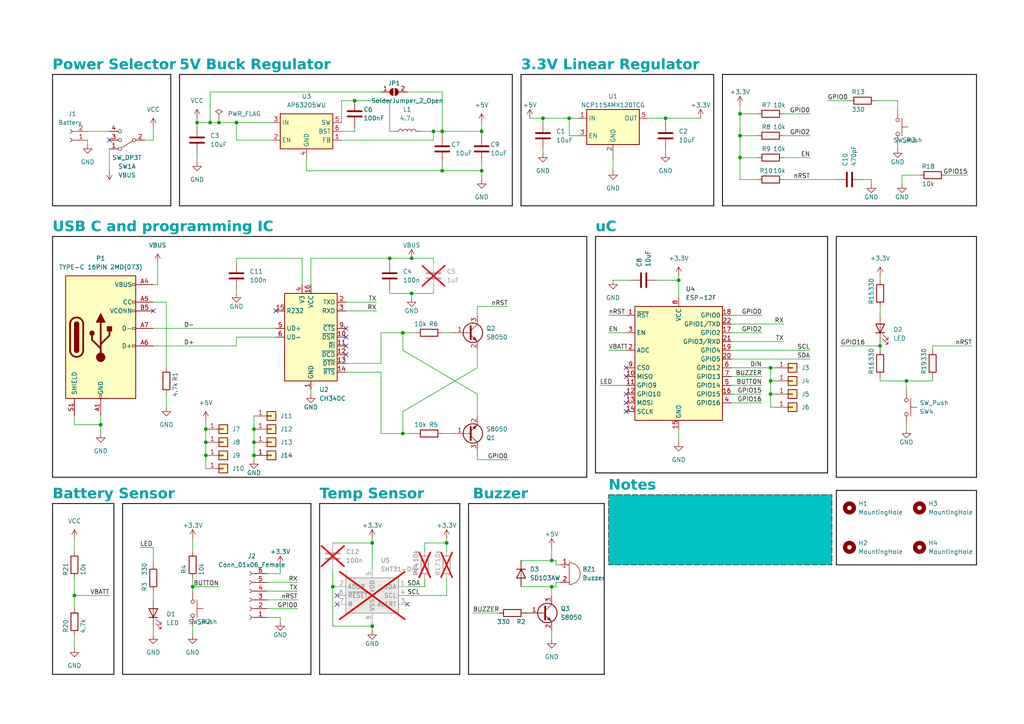
<source format=kicad_sch>
(kicad_sch (version 20230121) (generator eeschema)
  (paper "A4")
  (title_block (title "Arbolito Navideño ") (date "2023-10-24") (rev "3"))
  (junction (at 107.95 181.61))
  (junction (at 63.5 35.56))
  (junction (at 139.7 38.1))
  (junction (at 116.84 125.73))
  (junction (at 196.85 81.28))
  (junction (at 129.54 157.48))
  (junction (at 128.27 38.1))
  (junction (at 21.59 172.72))
  (junction (at 57.15 35.56))
  (junction (at 214.63 39.37))
  (junction (at 116.84 96.52))
  (junction (at 73.66 132.08))
  (junction (at 128.27 49.53))
  (junction (at 59.69 128.27))
  (junction (at 223.52 110.49))
  (junction (at 157.48 34.29))
  (junction (at 55.88 170.18))
  (junction (at 73.66 128.27))
  (junction (at 262.89 110.49))
  (junction (at 59.69 124.46))
  (junction (at 119.38 85.09))
  (junction (at 96.52 170.18))
  (junction (at 214.63 45.72))
  (junction (at 139.7 49.53))
  (junction (at 59.69 132.08))
  (junction (at 255.27 100.33))
  (junction (at 160.02 170.18))
  (junction (at 119.38 74.93))
  (junction (at 73.66 124.46))
  (junction (at 113.03 74.93))
  (junction (at 214.63 33.02))
  (junction (at 68.58 35.56))
  (junction (at 107.95 157.48))
  (junction (at 102.87 29.21))
  (junction (at 165.1 34.29))
  (junction (at 193.04 34.29))
  (junction (at 125.73 38.1))
  (junction (at 29.21 123.19))
  (junction (at 160.02 162.56))
  (junction (at 223.52 114.3))
  (junction (at 223.52 106.68))
  (junction (at 60.96 35.56))
  (no_connect (at 97.79 172.72))
  (no_connect (at 100.33 100.33))
  (no_connect (at 97.79 175.26))
  (no_connect (at 181.61 106.68))
  (no_connect (at 181.61 116.84))
  (no_connect (at 181.61 119.38))
  (no_connect (at 181.61 114.3))
  (no_connect (at 181.61 109.22))
  (no_connect (at 31.75 40.64))
  (no_connect (at 118.11 175.26))
  (no_connect (at 100.33 97.79))
  (no_connect (at 100.33 102.87))
  (no_connect (at 80.01 90.17))
  (no_connect (at 44.45 90.17))
  (no_connect (at 100.33 95.25))
  (polyline (pts (xy 15.24 21.59) (xy 49.53 21.59)) (stroke (width 0.25) (type solid) (color 0 0 0 1)))
  (wire (pts (xy 123.19 160.02) (xy 123.19 157.48)))
  (wire (pts (xy 128.27 38.1) (xy 125.73 38.1)))
  (wire (pts (xy 165.1 34.29) (xy 167.64 34.29)))
  (wire (pts (xy 129.54 167.64) (xy 129.54 172.72)))
  (wire (pts (xy 252.73 53.34) (xy 252.73 52.07)))
  (polyline (pts (xy 283.21 142.24) (xy 283.21 163.83)) (stroke (width 0.25) (type solid) (color 0 0 0 1)))
  (wire (pts (xy 55.88 184.15) (xy 55.88 181.61)))
  (wire (pts (xy 44.45 95.25) (xy 80.01 95.25)))
  (wire (pts (xy 128.27 38.1) (xy 128.27 39.37)))
  (wire (pts (xy 260.35 31.75) (xy 260.35 29.21)))
  (wire (pts (xy 177.8 81.28) (xy 182.88 81.28)))
  (wire (pts (xy 21.59 184.15) (xy 21.59 187.96)))
  (wire (pts (xy 161.29 168.91) (xy 162.56 168.91)))
  (wire (pts (xy 96.52 157.48) (xy 107.95 157.48)))
  (wire (pts (xy 40.64 158.75) (xy 44.45 158.75)))
  (wire (pts (xy 157.48 34.29) (xy 157.48 35.56)))
  (wire (pts (xy 55.88 171.45) (xy 55.88 170.18)))
  (wire (pts (xy 212.09 91.44) (xy 220.98 91.44)))
  (wire (pts (xy 90.17 114.3) (xy 90.17 113.03)))
  (wire (pts (xy 96.52 181.61) (xy 107.95 181.61)))
  (wire (pts (xy 107.95 157.48) (xy 107.95 165.1)))
  (wire (pts (xy 107.95 156.21) (xy 107.95 157.48)))
  (wire (pts (xy 55.88 170.18) (xy 63.5 170.18)))
  (wire (pts (xy 177.8 44.45) (xy 177.8 49.53)))
  (wire (pts (xy 173.99 111.76) (xy 181.61 111.76)))
  (wire (pts (xy 57.15 36.83) (xy 57.15 35.56)))
  (wire (pts (xy 214.63 30.48) (xy 214.63 33.02)))
  (polyline (pts (xy 33.02 146.05) (xy 33.02 195.58)) (stroke (width 0.25) (type solid) (color 0 0 0 1)))
  (polyline (pts (xy 172.72 68.58) (xy 240.03 68.58)) (stroke (width 0.25) (type solid) (color 0 0 0 1)))
  (wire (pts (xy 113.03 38.1) (xy 113.03 29.21)))
  (wire (pts (xy 81.28 179.07) (xy 81.28 180.34)))
  (wire (pts (xy 128.27 125.73) (xy 130.81 125.73)))
  (wire (pts (xy 44.45 82.55) (xy 45.72 82.55)))
  (wire (pts (xy 77.47 173.99) (xy 86.36 173.99)))
  (polyline (pts (xy 90.17 146.05) (xy 90.17 195.58)) (stroke (width 0.25) (type solid) (color 0 0 0 1)))
  (polyline (pts (xy 240.03 68.58) (xy 240.03 137.16)) (stroke (width 0.25) (type solid) (color 0 0 0 1)))
  (wire (pts (xy 96.52 170.18) (xy 96.52 181.61)))
  (wire (pts (xy 68.58 97.79) (xy 68.58 100.33)))
  (wire (pts (xy 139.7 38.1) (xy 139.7 39.37)))
  (polyline (pts (xy 15.24 68.58) (xy 170.18 68.58)) (stroke (width 0.25) (type solid) (color 0 0 0 1)))
  (wire (pts (xy 157.48 43.18) (xy 157.48 44.45)))
  (wire (pts (xy 262.89 124.46) (xy 262.89 123.19)))
  (wire (pts (xy 110.49 96.52) (xy 116.84 96.52)))
  (wire (pts (xy 214.63 39.37) (xy 214.63 45.72)))
  (wire (pts (xy 57.15 35.56) (xy 60.96 35.56)))
  (wire (pts (xy 255.27 80.01) (xy 255.27 81.28)))
  (polyline (pts (xy 52.07 21.59) (xy 148.59 21.59)) (stroke (width 0.25) (type solid) (color 0 0 0 1)))
  (wire (pts (xy 243.84 100.33) (xy 255.27 100.33)))
  (polyline (pts (xy 148.59 59.69) (xy 52.07 59.69)) (stroke (width 0.25) (type solid) (color 0 0 0 1)))
  (wire (pts (xy 123.19 170.18) (xy 123.19 167.64)))
  (wire (pts (xy 31.75 43.18) (xy 31.75 49.53)))
  (polyline (pts (xy 207.01 21.59) (xy 207.01 59.69)) (stroke (width 0.25) (type solid) (color 0 0 0 1)))
  (polyline (pts (xy 133.35 195.58) (xy 92.71 195.58)) (stroke (width 0.25) (type solid) (color 0 0 0 1)))
  (wire (pts (xy 63.5 35.56) (xy 68.58 35.56)))
  (wire (pts (xy 21.59 172.72) (xy 31.75 172.72)))
  (wire (pts (xy 160.02 170.18) (xy 160.02 172.72)))
  (polyline (pts (xy 175.26 195.58) (xy 135.89 195.58)) (stroke (width 0.25) (type solid) (color 0 0 0 1)))
  (wire (pts (xy 270.51 110.49) (xy 270.51 109.22)))
  (wire (pts (xy 240.03 29.21) (xy 246.38 29.21)))
  (wire (pts (xy 102.87 38.1) (xy 99.06 38.1)))
  (wire (pts (xy 224.79 106.68) (xy 223.52 106.68)))
  (wire (pts (xy 44.45 36.83) (xy 44.45 40.64)))
  (wire (pts (xy 129.54 156.21) (xy 129.54 157.48)))
  (wire (pts (xy 73.66 128.27) (xy 73.66 132.08)))
  (wire (pts (xy 139.7 46.99) (xy 139.7 49.53)))
  (wire (pts (xy 100.33 90.17) (xy 109.22 90.17)))
  (wire (pts (xy 196.85 124.46) (xy 196.85 128.27)))
  (wire (pts (xy 214.63 39.37) (xy 219.71 39.37)))
  (wire (pts (xy 25.4 41.91) (xy 25.4 40.64)))
  (wire (pts (xy 78.74 40.64) (xy 68.58 40.64)))
  (polyline (pts (xy 92.71 146.05) (xy 92.71 195.58)) (stroke (width 0.25) (type solid) (color 0 0 0 1)))
  (wire (pts (xy 125.73 38.1) (xy 121.92 38.1)))
  (wire (pts (xy 214.63 52.07) (xy 219.71 52.07)))
  (polyline (pts (xy 15.24 21.59) (xy 15.24 59.69)) (stroke (width 0.25) (type solid) (color 0 0 0 1)))
  (wire (pts (xy 73.66 124.46) (xy 73.66 128.27)))
  (wire (pts (xy 160.02 158.75) (xy 160.02 162.56)))
  (wire (pts (xy 73.66 132.08) (xy 73.66 133.35)))
  (wire (pts (xy 116.84 119.38) (xy 116.84 125.73)))
  (wire (pts (xy 45.72 76.2) (xy 45.72 82.55)))
  (wire (pts (xy 212.09 99.06) (xy 227.33 99.06)))
  (wire (pts (xy 113.03 85.09) (xy 113.03 83.82)))
  (wire (pts (xy 120.65 96.52) (xy 116.84 96.52)))
  (wire (pts (xy 44.45 171.45) (xy 44.45 173.99)))
  (wire (pts (xy 261.62 50.8) (xy 266.7 50.8)))
  (polyline (pts (xy 209.55 21.59) (xy 209.55 59.69)) (stroke (width 0.25) (type solid) (color 0 0 0 1)))
  (wire (pts (xy 113.03 74.93) (xy 113.03 76.2)))
  (wire (pts (xy 99.06 29.21) (xy 102.87 29.21)))
  (wire (pts (xy 157.48 34.29) (xy 165.1 34.29)))
  (wire (pts (xy 223.52 118.11) (xy 224.79 118.11)))
  (wire (pts (xy 125.73 74.93) (xy 125.73 76.2)))
  (wire (pts (xy 262.89 110.49) (xy 270.51 110.49)))
  (polyline (pts (xy 15.24 68.58) (xy 15.24 138.43)) (stroke (width 0.25) (type solid) (color 0 0 0 1)))
  (wire (pts (xy 100.33 107.95) (xy 110.49 107.95)))
  (wire (pts (xy 90.17 74.93) (xy 113.03 74.93)))
  (wire (pts (xy 128.27 46.99) (xy 128.27 49.53)))
  (wire (pts (xy 224.79 114.3) (xy 223.52 114.3)))
  (wire (pts (xy 41.91 40.64) (xy 44.45 40.64)))
  (polyline (pts (xy 172.72 68.58) (xy 172.72 137.16)) (stroke (width 0.25) (type solid) (color 0 0 0 1)))
  (polyline (pts (xy 242.57 68.58) (xy 283.21 68.58)) (stroke (width 0.25) (type solid) (color 0 0 0 1)))
  (wire (pts (xy 138.43 133.35) (xy 147.32 133.35)))
  (wire (pts (xy 139.7 35.56) (xy 139.7 38.1)))
  (wire (pts (xy 138.43 106.68) (xy 138.43 101.6)))
  (wire (pts (xy 78.74 35.56) (xy 68.58 35.56)))
  (polyline (pts (xy 15.24 146.05) (xy 15.24 195.58)) (stroke (width 0.25) (type solid) (color 0 0 0 1)))
  (wire (pts (xy 44.45 100.33) (xy 68.58 100.33)))
  (wire (pts (xy 21.59 123.19) (xy 21.59 120.65)))
  (polyline (pts (xy 52.07 21.59) (xy 52.07 59.69)) (stroke (width 0.25) (type solid) (color 0 0 0 1)))
  (wire (pts (xy 176.53 96.52) (xy 181.61 96.52)))
  (wire (pts (xy 212.09 101.6) (xy 234.95 101.6)))
  (wire (pts (xy 59.69 121.92) (xy 59.69 124.46)))
  (wire (pts (xy 57.15 44.45) (xy 57.15 46.99)))
  (wire (pts (xy 227.33 45.72) (xy 234.95 45.72)))
  (wire (pts (xy 176.53 101.6) (xy 181.61 101.6)))
  (wire (pts (xy 116.84 125.73) (xy 120.65 125.73)))
  (wire (pts (xy 161.29 170.18) (xy 160.02 170.18)))
  (wire (pts (xy 29.21 123.19) (xy 29.21 125.73)))
  (wire (pts (xy 125.73 85.09) (xy 125.73 83.82)))
  (polyline (pts (xy 35.56 146.05) (xy 35.56 195.58)) (stroke (width 0.25) (type solid) (color 0 0 0 1)))
  (wire (pts (xy 118.11 170.18) (xy 123.19 170.18)))
  (wire (pts (xy 160.02 185.42) (xy 160.02 182.88)))
  (wire (pts (xy 29.21 120.65) (xy 29.21 123.19)))
  (wire (pts (xy 60.96 26.67) (xy 60.96 35.56)))
  (polyline (pts (xy 283.21 59.69) (xy 209.55 59.69)) (stroke (width 0.25) (type solid) (color 0 0 0 1)))
  (wire (pts (xy 187.96 34.29) (xy 193.04 34.29)))
  (wire (pts (xy 212.09 93.98) (xy 227.33 93.98)))
  (polyline (pts (xy 242.57 142.24) (xy 283.21 142.24)) (stroke (width 0.25) (type solid) (color 0 0 0 1)))
  (wire (pts (xy 270.51 100.33) (xy 270.51 101.6)))
  (wire (pts (xy 110.49 107.95) (xy 110.49 125.73)))
  (wire (pts (xy 80.01 97.79) (xy 68.58 97.79)))
  (wire (pts (xy 113.03 29.21) (xy 102.87 29.21)))
  (wire (pts (xy 77.47 166.37) (xy 81.28 166.37)))
  (wire (pts (xy 223.52 110.49) (xy 223.52 114.3)))
  (wire (pts (xy 118.11 26.67) (xy 128.27 26.67)))
  (polyline (pts (xy 33.02 195.58) (xy 15.24 195.58)) (stroke (width 0.25) (type solid) (color 0 0 0 1)))
  (polyline (pts (xy 133.35 146.05) (xy 133.35 195.58)) (stroke (width 0.25) (type solid) (color 0 0 0 1)))
  (polyline (pts (xy 135.89 146.05) (xy 135.89 195.58)) (stroke (width 0.25) (type solid) (color 0 0 0 1)))
  (wire (pts (xy 212.09 111.76) (xy 220.98 111.76)))
  (wire (pts (xy 119.38 85.09) (xy 125.73 85.09)))
  (wire (pts (xy 161.29 162.56) (xy 161.29 163.83)))
  (wire (pts (xy 25.4 38.1) (xy 31.75 38.1)))
  (polyline (pts (xy 170.18 68.58) (xy 170.18 138.43)) (stroke (width 0.25) (type solid) (color 0 0 0 1)))
  (wire (pts (xy 21.59 167.64) (xy 21.59 172.72)))
  (polyline (pts (xy 242.57 163.83) (xy 283.21 163.83)) (stroke (width 0.25) (type solid) (color 0 0 0 1)))
  (wire (pts (xy 212.09 104.14) (xy 234.95 104.14)))
  (polyline (pts (xy 207.01 59.69) (xy 151.13 59.69)) (stroke (width 0.25) (type solid) (color 0 0 0 1)))
  (polyline (pts (xy 92.71 146.05) (xy 133.35 146.05)) (stroke (width 0.25) (type solid) (color 0 0 0 1)))
  (wire (pts (xy 224.79 110.49) (xy 223.52 110.49)))
  (wire (pts (xy 77.47 171.45) (xy 86.36 171.45)))
  (wire (pts (xy 100.33 87.63) (xy 109.22 87.63)))
  (wire (pts (xy 44.45 181.61) (xy 44.45 184.15)))
  (wire (pts (xy 223.52 106.68) (xy 223.52 110.49)))
  (wire (pts (xy 138.43 106.68) (xy 116.84 119.38)))
  (wire (pts (xy 153.67 34.29) (xy 157.48 34.29)))
  (wire (pts (xy 138.43 91.44) (xy 138.43 88.9)))
  (wire (pts (xy 262.89 113.03) (xy 262.89 110.49)))
  (wire (pts (xy 214.63 33.02) (xy 214.63 39.37)))
  (wire (pts (xy 57.15 34.29) (xy 57.15 35.56)))
  (wire (pts (xy 99.06 40.64) (xy 125.73 40.64)))
  (wire (pts (xy 167.64 39.37) (xy 165.1 39.37)))
  (wire (pts (xy 196.85 81.28) (xy 196.85 86.36)))
  (wire (pts (xy 128.27 38.1) (xy 139.7 38.1)))
  (wire (pts (xy 151.13 162.56) (xy 160.02 162.56)))
  (wire (pts (xy 90.17 74.93) (xy 90.17 82.55)))
  (wire (pts (xy 128.27 49.53) (xy 139.7 49.53)))
  (wire (pts (xy 68.58 76.2) (xy 68.58 74.93)))
  (wire (pts (xy 138.43 130.81) (xy 138.43 133.35)))
  (wire (pts (xy 223.52 114.3) (xy 223.52 118.11)))
  (wire (pts (xy 255.27 88.9) (xy 255.27 91.44)))
  (wire (pts (xy 118.11 172.72) (xy 129.54 172.72)))
  (wire (pts (xy 119.38 85.09) (xy 119.38 86.36)))
  (wire (pts (xy 214.63 45.72) (xy 219.71 45.72)))
  (wire (pts (xy 119.38 74.93) (xy 125.73 74.93)))
  (wire (pts (xy 128.27 96.52) (xy 130.81 96.52)))
  (wire (pts (xy 99.06 35.56) (xy 99.06 29.21)))
  (wire (pts (xy 88.9 49.53) (xy 128.27 49.53)))
  (wire (pts (xy 21.59 172.72) (xy 21.59 176.53)))
  (wire (pts (xy 161.29 163.83) (xy 162.56 163.83)))
  (wire (pts (xy 68.58 85.09) (xy 68.58 83.82)))
  (wire (pts (xy 214.63 33.02) (xy 219.71 33.02)))
  (polyline (pts (xy 135.89 146.05) (xy 175.26 146.05)) (stroke (width 0.25) (type solid) (color 0 0 0 1)))
  (wire (pts (xy 190.5 81.28) (xy 196.85 81.28)))
  (wire (pts (xy 128.27 26.67) (xy 128.27 38.1)))
  (wire (pts (xy 77.47 179.07) (xy 81.28 179.07)))
  (wire (pts (xy 44.45 87.63) (xy 48.26 87.63)))
  (wire (pts (xy 21.59 156.21) (xy 21.59 160.02)))
  (wire (pts (xy 114.3 38.1) (xy 113.03 38.1)))
  (wire (pts (xy 160.02 162.56) (xy 161.29 162.56)))
  (polyline (pts (xy 49.53 59.69) (xy 15.24 59.69)) (stroke (width 0.25) (type solid) (color 0 0 0 1)))
  (wire (pts (xy 193.04 34.29) (xy 193.04 35.56)))
  (wire (pts (xy 255.27 99.06) (xy 255.27 100.33)))
  (polyline (pts (xy 242.57 68.58) (xy 242.57 138.43)) (stroke (width 0.25) (type solid) (color 0 0 0 1)))
  (wire (pts (xy 176.53 91.44) (xy 181.61 91.44)))
  (wire (pts (xy 227.33 39.37) (xy 234.95 39.37)))
  (wire (pts (xy 254 29.21) (xy 260.35 29.21)))
  (wire (pts (xy 73.66 120.65) (xy 73.66 124.46)))
  (wire (pts (xy 48.26 87.63) (xy 48.26 106.68)))
  (wire (pts (xy 255.27 100.33) (xy 255.27 101.6)))
  (wire (pts (xy 255.27 110.49) (xy 262.89 110.49)))
  (wire (pts (xy 250.19 52.07) (xy 252.73 52.07)))
  (wire (pts (xy 77.47 176.53) (xy 86.36 176.53)))
  (wire (pts (xy 137.16 177.8) (xy 144.78 177.8)))
  (polyline (pts (xy 175.26 146.05) (xy 175.26 195.58)) (stroke (width 0.25) (type solid) (color 0 0 0 1)))
  (wire (pts (xy 260.35 43.18) (xy 260.35 41.91)))
  (wire (pts (xy 59.69 132.08) (xy 59.69 135.89)))
  (polyline (pts (xy 90.17 195.58) (xy 35.56 195.58)) (stroke (width 0.25) (type solid) (color 0 0 0 1)))
  (polyline (pts (xy 240.03 137.16) (xy 172.72 137.16)) (stroke (width 0.25) (type solid) (color 0 0 0 1)))
  (wire (pts (xy 113.03 74.93) (xy 119.38 74.93)))
  (polyline (pts (xy 35.56 146.05) (xy 90.17 146.05)) (stroke (width 0.25) (type solid) (color 0 0 0 1)))
  (wire (pts (xy 212.09 106.68) (xy 223.52 106.68)))
  (wire (pts (xy 68.58 74.93) (xy 87.63 74.93)))
  (wire (pts (xy 87.63 74.93) (xy 87.63 82.55)))
  (wire (pts (xy 44.45 163.83) (xy 44.45 158.75)))
  (wire (pts (xy 60.96 35.56) (xy 63.5 35.56)))
  (wire (pts (xy 227.33 33.02) (xy 234.95 33.02)))
  (wire (pts (xy 255.27 109.22) (xy 255.27 110.49)))
  (wire (pts (xy 196.85 80.01) (xy 196.85 81.28)))
  (wire (pts (xy 110.49 26.67) (xy 60.96 26.67)))
  (polyline (pts (xy 242.57 163.83) (xy 242.57 142.24)) (stroke (width 0.25) (type solid) (color 0 0 0 1)))
  (wire (pts (xy 274.32 50.8) (xy 280.67 50.8)))
  (wire (pts (xy 110.49 96.52) (xy 110.49 105.41)))
  (wire (pts (xy 270.51 100.33) (xy 281.94 100.33)))
  (wire (pts (xy 116.84 101.6) (xy 116.84 96.52)))
  (wire (pts (xy 261.62 50.8) (xy 261.62 53.34)))
  (wire (pts (xy 97.79 170.18) (xy 96.52 170.18)))
  (wire (pts (xy 125.73 38.1) (xy 125.73 40.64)))
  (polyline (pts (xy 209.55 21.59) (xy 283.21 21.59)) (stroke (width 0.25) (type solid) (color 0 0 0 1)))
  (wire (pts (xy 77.47 168.91) (xy 86.36 168.91)))
  (wire (pts (xy 63.5 34.29) (xy 63.5 35.56)))
  (wire (pts (xy 193.04 34.29) (xy 203.2 34.29)))
  (polyline (pts (xy 151.13 21.59) (xy 151.13 59.69)) (stroke (width 0.25) (type solid) (color 0 0 0 1)))
  (polyline (pts (xy 283.21 21.59) (xy 283.21 59.69)) (stroke (width 0.25) (type solid) (color 0 0 0 1)))
  (polyline (pts (xy 49.53 21.59) (xy 49.53 59.69)) (stroke (width 0.25) (type solid) (color 0 0 0 1)))
  (wire (pts (xy 138.43 120.65) (xy 138.43 114.3)))
  (wire (pts (xy 139.7 52.07) (xy 139.7 49.53)))
  (wire (pts (xy 193.04 43.18) (xy 193.04 44.45)))
  (wire (pts (xy 161.29 170.18) (xy 161.29 168.91)))
  (wire (pts (xy 165.1 39.37) (xy 165.1 34.29)))
  (wire (pts (xy 123.19 157.48) (xy 129.54 157.48)))
  (wire (pts (xy 214.63 45.72) (xy 214.63 52.07)))
  (wire (pts (xy 110.49 125.73) (xy 116.84 125.73)))
  (polyline (pts (xy 283.21 68.58) (xy 283.21 138.43)) (stroke (width 0.25) (type solid) (color 0 0 0 1)))
  (wire (pts (xy 81.28 166.37) (xy 81.28 163.83)))
  (wire (pts (xy 212.09 116.84) (xy 220.98 116.84)))
  (polyline (pts (xy 148.59 21.59) (xy 148.59 59.69)) (stroke (width 0.25) (type solid) (color 0 0 0 1)))
  (wire (pts (xy 68.58 35.56) (xy 68.58 40.64)))
  (wire (pts (xy 55.88 156.21) (xy 55.88 160.02)))
  (wire (pts (xy 100.33 105.41) (xy 110.49 105.41)))
  (wire (pts (xy 113.03 85.09) (xy 119.38 85.09)))
  (wire (pts (xy 129.54 157.48) (xy 129.54 160.02)))
  (wire (pts (xy 88.9 45.72) (xy 88.9 49.53)))
  (wire (pts (xy 21.59 123.19) (xy 29.21 123.19)))
  (wire (pts (xy 48.26 114.3) (xy 48.26 118.11)))
  (polyline (pts (xy 15.24 146.05) (xy 33.02 146.05)) (stroke (width 0.25) (type solid) (color 0 0 0 1)))
  (wire (pts (xy 138.43 88.9) (xy 147.32 88.9)))
  (wire (pts (xy 96.52 165.1) (xy 96.52 170.18)))
  (wire (pts (xy 212.09 109.22) (xy 220.98 109.22)))
  (polyline (pts (xy 283.21 138.43) (xy 242.57 138.43)) (stroke (width 0.25) (type solid) (color 0 0 0 1)))
  (wire (pts (xy 107.95 181.61) (xy 107.95 180.34)))
  (wire (pts (xy 107.95 182.88) (xy 107.95 181.61)))
  (wire (pts (xy 59.69 128.27) (xy 59.69 132.08)))
  (wire (pts (xy 151.13 170.18) (xy 160.02 170.18)))
  (polyline (pts (xy 170.18 138.43) (xy 15.24 138.43)) (stroke (width 0.25) (type solid) (color 0 0 0 1)))
  (wire (pts (xy 212.09 96.52) (xy 220.98 96.52)))
  (wire (pts (xy 138.43 114.3) (xy 116.84 101.6)))
  (polyline (pts (xy 151.13 21.59) (xy 207.01 21.59)) (stroke (width 0.25) (type solid) (color 0 0 0 1)))
  (wire (pts (xy 227.33 52.07) (xy 242.57 52.07)))
  (wire (pts (xy 59.69 124.46) (xy 59.69 128.27)))
  (wire (pts (xy 212.09 114.3) (xy 220.98 114.3)))
  (wire (pts (xy 102.87 36.83) (xy 102.87 38.1)))
  (wire (pts (xy 55.88 170.18) (xy 55.88 167.64)))
  (rectangle (start 176.53 143.51) (end 241.3 163.83) (stroke (width 0) (type dash) (color 0 0 0 1)) (fill (type color) (color 0 194 194 1)))
  (text "Power Selector" (at 15.24 21.59 0) (effects (font (size 3 3) (thickness 0.6) bold) (justify left bottom)))
  (text "Temp Sensor" (at 92.71 146.05 0) (effects (font (size 3 3) (thickness 0.6) bold) (justify left bottom)))
  (text "Buzzer \n" (at 137.16 146.05 0) (effects (font (size 3 3) (thickness 0.6) bold) (justify left bottom)))
  (text "uC" (at 172.72 68.58 0) (effects (font (size 3 3) (thickness 0.6) bold) (justify left bottom)))
  (text "USB C and programming IC" (at 15.24 68.58 0) (effects (font (size 3 3) (thickness 0.6) bold) (justify left bottom)))
  (text "3.3V Linear Regulator" (at 151.13 21.59 0) (effects (font (size 3 3) (thickness 0.6) bold) (justify left bottom)))
  (text "Battery Sensor" (at 15.24 146.05 0) (effects (font (size 3 3) (thickness 0.6) bold) (justify left bottom)))
  (text "5V Buck Regulator" (at 52.07 21.59 0) (effects (font (size 3 3) (thickness 0.6) bold) (justify left bottom)))
  (text "Notes" (at 176.53 143.51 0) (effects (font (size 3 3) (thickness 0.6) bold) (justify left bottom)))
  (label "D+" (at 53.34 100.33 0))
  (label "SCL" (at 234.95 101.6 180))
  (label "BUTTON" (at 220.98 111.76 180))
  (label "D-" (at 53.34 95.25 0))
  (label "GPIO15" (at 280.67 50.8 180))
  (label "BUZZER" (at 220.98 109.22 180))
  (label "EN" (at 234.95 45.72 180))
  (label "DIN" (at 220.98 106.68 180))
  (label "GPIO16" (at 243.84 100.33 0))
  (label "SCL" (at 118.11 172.72 0))
  (label "GPIO0" (at 147.32 133.35 180))
  (label "LED" (at 40.64 158.75 0))
  (label "SDA" (at 118.11 170.18 0))
  (label "VBATT" (at 31.75 172.72 180))
  (label "SDA" (at 234.95 104.14 180))
  (label "TX" (at 109.22 87.63 180))
  (label "nRST" (at 176.53 91.44 0))
  (label "BUTTON" (at 63.5 170.18 180))
  (label "TX" (at 86.36 171.45 180))
  (label "RX" (at 109.22 90.17 180))
  (label "TX" (at 227.33 99.06 180))
  (label "RX" (at 86.36 168.91 180))
  (label "BUZZER" (at 137.16 177.8 0))
  (label "GPIO0" (at 240.03 29.21 0))
  (label "RX" (at 227.33 93.98 180))
  (label "nRST" (at 86.36 173.99 180))
  (label "LED" (at 173.99 111.76 0))
  (label "nRST" (at 234.95 52.07 180))
  (label "nRST" (at 281.94 100.33 180))
  (label "VBATT" (at 176.53 101.6 0))
  (label "nRST" (at 147.32 88.9 180))
  (label "GPIO2" (at 220.98 96.52 180))
  (label "GPIO15" (at 220.98 114.3 180))
  (label "GPIO2" (at 234.95 39.37 180))
  (label "EN" (at 176.53 96.52 0))
  (label "GPIO16" (at 220.98 116.84 180))
  (label "GPIO0" (at 86.36 176.53 180))
  (label "GPIO0" (at 220.98 91.44 180))
  (label "GPIO0" (at 234.95 33.02 180))
  (symbol (lib_id "Device:C") (at 102.87 33.02 0) (unit 1)
    (property "Reference" "C6" (at 105.41 31.75 0) (effects (justify left)))
    (property "Value" "100nF" (at 105.41 34.29 0) (effects (justify left)))
    (property "Footprint" "Capacitor_SMD:C_0805_2012Metric" (effects hide))
  )
  (symbol (lib_id "power:+5V") (at 139.7 35.56 0) (unit 1)
    (property "Reference" "#PWR022" (effects hide))
    (property "Value" "+5V" (at 139.7 30.48 0))
  )
  (symbol (lib_id "power:GND") (at 261.62 53.34 0) (unit 1)
    (property "Reference" "#PWR030" (effects hide))
    (property "Value" "GND" (at 261.62 57.15 0))
  )
  (symbol (lib_id "power:+3.3V") (at 203.2 34.29 0) (unit 1)
    (property "Reference" "#PWR015" (effects hide))
    (property "Value" "+3.3V" (at 203.2 30.48 0))
  )
  (symbol (lib_id "Mechanical:MountingHole") (at 246.38 147.32 0) (unit 1)
    (property "Reference" "H1" (at 248.92 146.0499 0) (effects (justify left)))
    (property "Value" "MountingHole" (at 248.92 148.5899 0) (effects (justify left)))
    (property "Footprint" "MountingHole:MountingHole_3.2mm_M3_ISO7380" (effects hide))
  )
  (symbol (lib_id "power:GND") (at 193.04 44.45 0) (unit 1)
    (property "Reference" "#PWR014" (effects hide))
    (property "Value" "GND" (at 193.04 49.53 0))
  )
  (symbol (lib_id "Device:C") (at 157.48 39.37 0) (unit 1)
    (property "Reference" "C1" (at 161.29 38.0999 0) (effects (justify left)))
    (property "Value" "10uF" (at 161.29 40.6399 0) (effects (justify left)))
    (property "Footprint" "Capacitor_SMD:C_0805_2012Metric" (effects hide))
  )
  (symbol (lib_id "Device:R") (at 255.27 85.09 180) (unit 1)
    (property "Reference" "R15" (at 252.73 86.36 90))
    (property "Value" "330" (at 252.73 82.55 90))
    (property "Footprint" "Resistor_SMD:R_0805_2012Metric_Pad1.20x1.40mm_HandSolder" (effects hide))
  )
  (symbol (lib_id "power:VBUS") (at 45.72 76.2 0) (unit 1)
    (property "Reference" "#PWR04" (effects hide))
    (property "Value" "VBUS" (at 45.72 71.12 0))
  )
  (symbol (lib_id "power:GND") (at 81.28 180.34 0) (unit 1)
    (property "Reference" "#PWR0101" (effects hide))
    (property "Value" "GND" (at 81.28 184.15 0))
  )
  (symbol (lib_id "Sensor_Humidity:SHT31-DIS") (at 107.95 172.72 0) (unit 1) (dnp yes)
    (property "Reference" "U5" (at 110.3756 162.56 0) (effects (justify left)))
    (property "Value" "SHT31-DIS" (at 110.3756 165.1 0) (effects (justify left)))
    (property "Footprint" "Sensor_Humidity:Sensirion_DFN-8-1EP_2.5x2.5mm_P0.5mm_EP1.1x1.7mm" (effects hide))
    (property "Datasheet" "https://www.sensirion.com/fileadmin/user_upload/customers/sensirion/Dokumente/2_Humidity_Sensors/Datasheets/Sensirion_Humidity_Sensors_SHT3x_Datasheet_digital.pdf" (effects hide))
  )
  (symbol (lib_id "power:VBUS") (at 31.75 49.53 180) (unit 1)
    (property "Reference" "#PWR03" (effects hide))
    (property "Value" "VBUS" (at 34.29 50.7999 0) (effects (justify right)))
  )
  (symbol (lib_id "Switch:SW_DP3T") (at 36.83 40.64 180) (unit 1)
    (property "Reference" "SW1" (at 36.83 48.26 0))
    (property "Value" "SW_DP3T" (at 36.83 45.72 0))
    (property "Footprint" "Library:3PSwitch_Cheap" (effects hide))
  )
  (symbol (lib_id "power:+3.3V") (at 255.27 80.01 0) (unit 1)
    (property "Reference" "#PWR028" (effects hide))
    (property "Value" "+3.3V" (at 255.27 74.93 0))
  )
  (symbol (lib_id "Connector_Generic:Conn_01x01") (at 64.77 128.27 0) (unit 1)
    (property "Reference" "J8" (at 67.31 128.27 0) (effects (justify left)))
    (property "Value" "Conn_01x01" (effects hide))
    (property "Footprint" "Library:Pad_tree_PS" (effects hide))
  )
  (symbol (lib_id "Device:C") (at 186.69 81.28 90) (unit 1)
    (property "Reference" "C8" (at 185.4199 77.47 0) (effects (justify left)))
    (property "Value" "10uF" (at 187.9599 77.47 0) (effects (justify left)))
    (property "Footprint" "Capacitor_SMD:C_0805_2012Metric" (effects hide))
  )
  (symbol (lib_id "Device:C") (at 125.73 80.01 0) (unit 1) (dnp yes)
    (property "Reference" "C5" (at 129.54 78.7399 0) (effects (justify left)))
    (property "Value" "1uF" (at 129.54 81.2799 0) (effects (justify left)))
    (property "Footprint" "Capacitor_SMD:C_0805_2012Metric" (effects hide))
  )
  (symbol (lib_id "Connector:USB_C_Plug_USB2.0") (at 29.21 97.79 0) (unit 1)
    (property "Reference" "P1" (at 29.21 74.93 0))
    (property "Value" "TYPE-C 16PIN 2MD(073)" (at 29.21 77.47 0))
    (property "Footprint" "Library:TYPE-C 16PIN 2MD(073)" (effects hide))
    (property "Datasheet" "https://www.usb.org/sites/default/files/documents/usb_type-c.zip" (effects hide))
  )
  (symbol (lib_id "Connector_Generic:Conn_01x01") (at 229.87 110.49 0) (unit 1)
    (property "Reference" "J4" (at 232.41 110.49 0) (effects (justify left)))
    (property "Value" "Conn_01x01" (effects hide))
    (property "Footprint" "Library:Pad_tree_Data" (effects hide))
  )
  (symbol (lib_id "Device:R") (at 124.46 96.52 270) (mirror x) (unit 1)
    (property "Reference" "R6" (at 125.73 93.98 90))
    (property "Value" "10k" (at 121.92 93.98 90))
    (property "Footprint" "Resistor_SMD:R_0805_2012Metric_Pad1.20x1.40mm_HandSolder" (effects hide))
  )
  (symbol (lib_id "RF_Module:ESP-12F") (at 196.85 106.68 0) (unit 1)
    (property "Reference" "U4" (at 198.8694 83.82 0) (effects (justify left)))
    (property "Value" "ESP-12F" (at 198.8694 86.36 0) (effects (justify left)))
    (property "Footprint" "RF_Module:ESP-12E" (effects hide))
    (property "Datasheet" "http://wiki.ai-thinker.com/_media/esp8266/esp8266_series_modules_user_manual_v1.1.pdf" (effects hide))
  )
  (symbol (lib_name "S8050_1") (lib_id "Transistor_BJT:S8050") (at 135.89 125.73 0) (mirror x) (unit 1)
    (property "Reference" "Q1" (at 140.97 127.0001 0) (effects (justify left)))
    (property "Value" "S8050" (at 140.97 124.4601 0) (effects (justify left)))
    (property "Footprint" "Package_TO_SOT_SMD:SOT-23" (effects hide))
    (property "Datasheet" "http://www.unisonic.com.tw/datasheet/S8050.pdf" (effects hide))
  )
  (symbol (lib_id "Device:R") (at 223.52 52.07 90) (unit 1)
    (property "Reference" "R10" (at 222.25 49.53 90))
    (property "Value" "10k" (at 226.06 49.53 90))
    (property "Footprint" "Resistor_SMD:R_0805_2012Metric_Pad1.20x1.40mm_HandSolder" (effects hide))
  )
  (symbol (lib_id "power:VCC") (at 44.45 36.83 0) (unit 1)
    (property "Reference" "#PWR05" (effects hide))
    (property "Value" "VCC" (at 44.45 31.75 0))
  )
  (symbol (lib_id "power:+3.3V") (at 81.28 163.83 0) (unit 1)
    (property "Reference" "#PWR0102" (effects hide))
    (property "Value" "+3.3V" (at 81.28 160.02 0))
  )
  (symbol (lib_id "power:GND") (at 119.38 86.36 0) (unit 1)
    (property "Reference" "#PWR020" (effects hide))
    (property "Value" "GND" (at 119.38 90.17 0))
  )
  (symbol (lib_id "Regulator_Linear:NCP115AMX120TCG") (at 177.8 36.83 0) (unit 1)
    (property "Reference" "U1" (at 177.8 27.94 0))
    (property "Value" "NCP115AMX120TCG" (at 177.8 30.48 0))
    (property "Footprint" "Package_TO_SOT_SMD:SOT-23-5_HandSoldering" (effects hide))
    (property "Datasheet" "https://www.onsemi.com/pub/Collateral/NCP115-D.PDF" (effects hide))
  )
  (symbol (lib_id "Device:Buzzer") (at 165.1 166.37 0) (unit 1)
    (property "Reference" "BZ1" (at 168.91 165.0999 0) (effects (justify left)))
    (property "Value" "Buzzer" (at 168.91 167.6399 0) (effects (justify left)))
    (property "Footprint" "Library:Buzzer" (effects hide))
  )
  (symbol (lib_id "Device:R") (at 124.46 125.73 270) (mirror x) (unit 1)
    (property "Reference" "R5" (at 125.73 123.19 90))
    (property "Value" "10k" (at 121.92 123.19 90))
    (property "Footprint" "Resistor_SMD:R_0805_2012Metric_Pad1.20x1.40mm_HandSolder" (effects hide))
  )
  (symbol (lib_id "power:GND") (at 252.73 53.34 0) (unit 1)
    (property "Reference" "#PWR027" (effects hide))
    (property "Value" "GND" (at 252.73 57.15 0))
  )
  (symbol (lib_id "power:GND") (at 157.48 44.45 0) (unit 1)
    (property "Reference" "#PWR08" (effects hide))
    (property "Value" "GND" (at 157.48 49.53 0))
  )
  (symbol (lib_id "Connector_Generic:Conn_01x01") (at 229.87 106.68 0) (unit 1)
    (property "Reference" "J3" (at 232.41 106.6799 0) (effects (justify left)))
    (property "Value" "Conn_01x01" (effects hide))
    (property "Footprint" "Library:Pad_tree_Data" (effects hide))
  )
  (symbol (lib_id "Device:C") (at 193.04 39.37 0) (unit 1)
    (property "Reference" "C2" (at 196.85 38.0999 0) (effects (justify left)))
    (property "Value" "10uF" (at 196.85 40.6399 0) (effects (justify left)))
    (property "Footprint" "Capacitor_SMD:C_0805_2012Metric" (effects hide))
  )
  (symbol (lib_id "Diode:1N5400") (at 151.13 166.37 270) (unit 1)
    (property "Reference" "D3" (at 153.67 165.0999 90) (effects (justify left)))
    (property "Value" "SD103AW" (at 153.67 167.6399 90) (effects (justify left)))
    (property "Footprint" "Diode_SMD:D_SOD-123" (effects hide))
    (property "Datasheet" "http://www.vishay.com/docs/88516/1n5400.pdf" (effects hide))
    (property "Sim.Device" "D" (effects hide))
    (property "Sim.Pins" "1=K 2=A" (effects hide))
  )
  (symbol (lib_id "power:+5V") (at 59.69 121.92 0) (unit 1)
    (property "Reference" "#PWR037" (effects hide))
    (property "Value" "+5V" (at 59.69 116.84 0))
  )
  (symbol (lib_id "Mechanical:MountingHole") (at 266.7 158.75 0) (unit 1)
    (property "Reference" "H4" (at 269.24 157.4799 0) (effects (justify left)))
    (property "Value" "MountingHole" (at 269.24 160.0199 0) (effects (justify left)))
    (property "Footprint" "MountingHole:MountingHole_3.2mm_M3_ISO7380" (effects hide))
  )
  (symbol (lib_id "Interface_USB:CH340C") (at 90.17 97.79 0) (unit 1)
    (property "Reference" "U2" (at 92.5956 113.03 0) (effects (justify left)))
    (property "Value" "CH340C" (at 92.5956 115.57 0) (effects (justify left)))
    (property "Footprint" "Package_SO:SOIC-16_3.9x9.9mm_P1.27mm" (effects hide))
    (property "Datasheet" "https://datasheet.lcsc.com/szlcsc/Jiangsu-Qin-Heng-CH340C_C84681.pdf" (effects hide))
  )
  (symbol (lib_id "Device:R") (at 21.59 180.34 0) (unit 1)
    (property "Reference" "R20" (at 19.05 181.61 90))
    (property "Value" "4.7k" (at 24.13 181.61 90))
    (property "Footprint" "Resistor_SMD:R_0805_2012Metric_Pad1.20x1.40mm_HandSolder" (effects hide))
  )
  (symbol (lib_id "Connector_Generic:Conn_01x01") (at 64.77 132.08 0) (unit 1)
    (property "Reference" "J9" (at 67.31 132.08 0) (effects (justify left)))
    (property "Value" "Conn_01x01" (effects hide))
    (property "Footprint" "Library:Pad_tree_PS" (effects hide))
  )
  (symbol (lib_id "Switch:SW_Push") (at 260.35 36.83 270) (unit 1)
    (property "Reference" "SW3" (at 261.6201 40.64 90) (effects (justify left)))
    (property "Value" "SW_Push" (at 259.0801 40.64 90) (effects (justify left)))
    (property "Footprint" "Library:Button" (effects hide))
  )
  (symbol (lib_id "power:+5V") (at 160.02 158.75 0) (unit 1)
    (property "Reference" "#PWR035" (effects hide))
    (property "Value" "+5V" (at 160.02 154.94 0))
  )
  (symbol (lib_id "power:GND") (at 177.8 81.28 0) (unit 1)
    (property "Reference" "#PWR021" (effects hide))
    (property "Value" "GND" (at 177.8 86.36 0))
  )
  (symbol (lib_id "power:VCC") (at 21.59 156.21 0) (unit 1)
    (property "Reference" "#PWR0103" (effects hide))
    (property "Value" "VCC" (at 21.59 151.13 0))
  )
  (symbol (lib_id "power:GND") (at 90.17 114.3 0) (unit 1)
    (property "Reference" "#PWR013" (effects hide))
    (property "Value" "GND" (at 90.17 118.11 0))
  )
  (symbol (lib_id "Device:R") (at 44.45 167.64 180) (unit 1)
    (property "Reference" "R3" (at 41.91 170.18 90))
    (property "Value" "330" (at 41.91 165.1 90))
    (property "Footprint" "Resistor_SMD:R_0805_2012Metric_Pad1.20x1.40mm_HandSolder" (effects hide))
  )
  (symbol (lib_id "Connector_Generic:Conn_01x01") (at 64.77 124.46 0) (unit 1)
    (property "Reference" "J7" (at 67.31 124.4599 0) (effects (justify left)))
    (property "Value" "Conn_01x01" (effects hide))
    (property "Footprint" "Library:Pad_tree_PS" (effects hide))
  )
  (symbol (lib_id "Device:C") (at 96.52 161.29 0) (unit 1) (dnp yes)
    (property "Reference" "C12" (at 100.33 160.0199 0) (effects (justify left)))
    (property "Value" "100n" (at 100.33 162.5599 0) (effects (justify left)))
    (property "Footprint" "Capacitor_SMD:C_0805_2012Metric" (effects hide))
  )
  (symbol (lib_id "power:GND") (at 48.26 118.11 0) (unit 1)
    (property "Reference" "#PWR06" (effects hide))
    (property "Value" "GND" (at 48.26 123.19 0))
  )
  (symbol (lib_id "Connector_Generic:Conn_01x01") (at 78.74 128.27 0) (unit 1)
    (property "Reference" "J13" (at 81.28 128.27 0) (effects (justify left)))
    (property "Value" "Conn_01x01" (effects hide))
    (property "Footprint" "Library:Pad_tree_PS" (effects hide))
  )
  (symbol (lib_id "Device:R") (at 223.52 33.02 90) (unit 1)
    (property "Reference" "R7" (at 222.25 30.48 90))
    (property "Value" "10k" (at 226.06 30.48 90))
    (property "Footprint" "Resistor_SMD:R_0805_2012Metric_Pad1.20x1.40mm_HandSolder" (effects hide))
  )
  (symbol (lib_id "Device:C") (at 139.7 43.18 0) (unit 1)
    (property "Reference" "C9" (at 142.24 41.91 0) (effects (justify left)))
    (property "Value" "10uF" (at 142.24 44.45 0) (effects (justify left)))
    (property "Footprint" "Capacitor_SMD:C_0805_2012Metric" (effects hide))
  )
  (symbol (lib_id "power:GND") (at 107.95 182.88 0) (unit 1)
    (property "Reference" "#PWR034" (effects hide))
    (property "Value" "GND" (at 107.95 186.69 0))
  )
  (symbol (lib_id "Device:R") (at 223.52 39.37 90) (unit 1)
    (property "Reference" "R8" (at 222.25 36.83 90))
    (property "Value" "10k" (at 226.06 36.83 90))
    (property "Footprint" "Resistor_SMD:R_0805_2012Metric_Pad1.20x1.40mm_HandSolder" (effects hide))
  )
  (symbol (lib_id "power:+3.3V") (at 214.63 30.48 0) (unit 1)
    (property "Reference" "#PWR026" (effects hide))
    (property "Value" "+3.3V" (at 214.63 26.67 0))
  )
  (symbol (lib_id "power:VBUS") (at 119.38 74.93 0) (unit 1)
    (property "Reference" "#PWR09" (effects hide))
    (property "Value" "VBUS" (at 119.38 71.12 0))
  )
  (symbol (lib_id "power:GND") (at 177.8 49.53 0) (unit 1)
    (property "Reference" "#PWR011" (effects hide))
    (property "Value" "GND" (at 177.8 54.61 0))
  )
  (symbol (lib_id "Mechanical:MountingHole") (at 266.7 147.32 0) (unit 1)
    (property "Reference" "H3" (at 269.24 146.0499 0) (effects (justify left)))
    (property "Value" "MountingHole" (at 269.24 148.5899 0) (effects (justify left)))
    (property "Footprint" "MountingHole:MountingHole_3.2mm_M3_ISO7380" (effects hide))
  )
  (symbol (lib_id "Device:R") (at 223.52 45.72 90) (unit 1)
    (property "Reference" "R9" (at 222.25 43.18 90))
    (property "Value" "10k" (at 226.06 43.18 90))
    (property "Footprint" "Resistor_SMD:R_0805_2012Metric_Pad1.20x1.40mm_HandSolder" (effects hide))
  )
  (symbol (lib_id "Device:C") (at 57.15 40.64 0) (unit 1)
    (property "Reference" "C3" (at 60.96 39.3699 0) (effects (justify left)))
    (property "Value" "10uF" (at 60.96 41.9099 0) (effects (justify left)))
    (property "Footprint" "Capacitor_SMD:C_0805_2012Metric" (effects hide))
  )
  (symbol (lib_name "SW_Push_2") (lib_id "Switch:SW_Push") (at 55.88 176.53 270) (unit 1)
    (property "Reference" "SW2" (at 57.1501 180.34 90) (effects (justify left)))
    (property "Value" "SW_Push" (at 54.6101 180.34 90) (effects (justify left)))
    (property "Footprint" "Library:Button" (effects hide))
  )
  (symbol (lib_id "Device:C") (at 68.58 80.01 0) (unit 1)
    (property "Reference" "C11" (at 72.39 78.7399 0) (effects (justify left)))
    (property "Value" "100n" (at 72.39 81.2799 0) (effects (justify left)))
    (property "Footprint" "Capacitor_SMD:C_0805_2012Metric" (effects hide))
  )
  (symbol (lib_id "power:GND") (at 21.59 187.96 0) (unit 1)
    (property "Reference" "#PWR0104" (effects hide))
    (property "Value" "GND" (at 21.59 193.04 0))
  )
  (symbol (lib_id "Connector:Conn_01x02_Female") (at 20.32 40.64 180) (unit 1)
    (property "Reference" "J1" (at 20.955 33.02 0))
    (property "Value" "Battery" (at 20.32 35.56 0))
    (property "Footprint" "Library:Battery" (effects hide))
  )
  (symbol (lib_id "power:GND") (at 68.58 85.09 0) (unit 1)
    (property "Reference" "#PWR010" (effects hide))
    (property "Value" "GND" (at 68.58 88.9 0))
  )
  (symbol (lib_id "power:GND") (at 57.15 46.99 0) (unit 1)
    (property "Reference" "#PWR017" (effects hide))
    (property "Value" "GND" (at 57.15 52.07 0))
  )
  (symbol (lib_id "power:+3.3V") (at 196.85 80.01 0) (unit 1)
    (property "Reference" "#PWR024" (effects hide))
    (property "Value" "+3.3V" (at 196.85 74.93 0))
  )
  (symbol (lib_id "Connector:Conn_01x06_Female") (at 72.39 173.99 180) (unit 1)
    (property "Reference" "J2" (at 73.025 161.29 0))
    (property "Value" "Conn_01x06_Female" (at 73.025 163.83 0))
    (property "Footprint" "Connector_PinHeader_2.54mm:PinHeader_1x06_P2.54mm_Vertical" (effects hide))
  )
  (symbol (lib_id "power:VCC") (at 57.15 34.29 0) (unit 1)
    (property "Reference" "#PWR016" (effects hide))
    (property "Value" "VCC" (at 57.15 29.21 0))
  )
  (symbol (lib_id "Device:LED") (at 255.27 95.25 90) (unit 1)
    (property "Reference" "D2" (at 259.08 95.5674 90) (effects (justify right)))
    (property "Value" "LED" (at 259.08 98.1074 90) (effects (justify right)))
    (property "Footprint" "LED_SMD:LED_0805_2012Metric" (effects hide))
  )
  (symbol (lib_id "power:GND") (at 29.21 125.73 0) (unit 1)
    (property "Reference" "#PWR02" (effects hide))
    (property "Value" "GND" (at 29.21 130.81 0))
  )
  (symbol (lib_id "Device:R") (at 250.19 29.21 270) (unit 1)
    (property "Reference" "R13" (at 248.92 26.67 90))
    (property "Value" "330" (at 248.92 31.75 90))
    (property "Footprint" "Resistor_SMD:R_0805_2012Metric_Pad1.20x1.40mm_HandSolder" (effects hide))
  )
  (symbol (lib_id "Device:R") (at 123.19 163.83 180) (unit 1) (dnp yes)
    (property "Reference" "R14" (at 120.65 165.1 90))
    (property "Value" "10k" (at 120.65 161.29 90))
    (property "Footprint" "Resistor_SMD:R_0805_2012Metric_Pad1.20x1.40mm_HandSolder" (effects hide))
  )
  (symbol (lib_id "Device:R") (at 55.88 163.83 0) (unit 1)
    (property "Reference" "R4" (at 53.34 165.1 90))
    (property "Value" "10k" (at 58.42 165.1 90))
    (property "Footprint" "Resistor_SMD:R_0805_2012Metric_Pad1.20x1.40mm_HandSolder" (effects hide))
  )
  (symbol (lib_id "power:PWR_FLAG") (at 63.5 34.29 0) (unit 1)
    (property "Reference" "#FLG02" (effects hide))
    (property "Value" "PWR_FLAG" (at 66.04 33.0199 0) (effects (justify left)))
  )
  (symbol (lib_id "Device:LED") (at 44.45 177.8 90) (unit 1)
    (property "Reference" "D1" (at 48.26 178.1174 90) (effects (justify right)))
    (property "Value" "LED" (at 48.26 180.6574 90) (effects (justify right)))
    (property "Footprint" "LED_SMD:LED_0805_2012Metric" (effects hide))
  )
  (symbol (lib_id "Regulator_Switching:AP63205WU") (at 88.9 38.1 0) (unit 1)
    (property "Reference" "U3" (at 88.9 27.94 0))
    (property "Value" "AP63205WU" (at 88.9 30.48 0))
    (property "Footprint" "Package_TO_SOT_SMD:TSOT-23-6" (effects hide))
    (property "Datasheet" "https://www.diodes.com/assets/Datasheets/AP63200-AP63201-AP63203-AP63205.pdf" (effects hide))
  )
  (symbol (lib_id "Connector_Generic:Conn_01x01") (at 229.87 114.3 0) (unit 1)
    (property "Reference" "J5" (at 232.41 114.3 0) (effects (justify left)))
    (property "Value" "Conn_01x01" (effects hide))
    (property "Footprint" "Library:Pad_tree_Data" (effects hide))
  )
  (symbol (lib_id "power:+3.3V") (at 129.54 156.21 0) (unit 1)
    (property "Reference" "#PWR032" (effects hide))
    (property "Value" "+3.3V" (at 129.54 152.4 0))
  )
  (symbol (lib_id "power:GND") (at 44.45 184.15 0) (unit 1)
    (property "Reference" "#PWR012" (effects hide))
    (property "Value" "GND" (at 44.45 189.23 0))
  )
  (symbol (lib_id "Connector_Generic:Conn_01x01") (at 78.74 124.46 0) (unit 1)
    (property "Reference" "J12" (at 81.28 124.46 0) (effects (justify left)))
    (property "Value" "Conn_01x01" (effects hide))
    (property "Footprint" "Library:Pad_tree_PS" (effects hide))
  )
  (symbol (lib_id "power:GND") (at 139.7 52.07 0) (unit 1)
    (property "Reference" "#PWR023" (effects hide))
    (property "Value" "GND" (at 139.7 57.15 0))
  )
  (symbol (lib_id "Device:L") (at 118.11 38.1 90) (unit 1)
    (property "Reference" "L1" (at 118.11 31.75 90))
    (property "Value" "4.7u" (at 118.11 34.29 90))
    (property "Footprint" "Inductor_SMD:L_Taiyo-Yuden_MD-3030" (effects hide))
  )
  (symbol (lib_id "Device:C") (at 113.03 80.01 0) (unit 1)
    (property "Reference" "C4" (at 116.84 78.7399 0) (effects (justify left)))
    (property "Value" "100n" (at 116.84 81.2799 0) (effects (justify left)))
    (property "Footprint" "Capacitor_SMD:C_0805_2012Metric" (effects hide))
  )
  (symbol (lib_id "Device:R") (at 255.27 105.41 180) (unit 1)
    (property "Reference" "R16" (at 252.73 106.68 90))
    (property "Value" "330" (at 252.73 102.87 90))
    (property "Footprint" "Resistor_SMD:R_0805_2012Metric_Pad1.20x1.40mm_HandSolder" (effects hide))
  )
  (symbol (lib_id "Device:R") (at 270.51 50.8 90) (unit 1)
    (property "Reference" "R18" (at 269.24 48.26 90))
    (property "Value" "10k" (at 269.24 53.34 90))
    (property "Footprint" "Resistor_SMD:R_0805_2012Metric_Pad1.20x1.40mm_HandSolder" (effects hide))
  )
  (symbol (lib_id "power:GND") (at 160.02 185.42 0) (unit 1)
    (property "Reference" "#PWR0107" (effects hide))
    (property "Value" "GND" (at 160.02 190.5 0))
  )
  (symbol (lib_id "Device:R") (at 21.59 163.83 0) (unit 1)
    (property "Reference" "R21" (at 19.05 165.1 90))
    (property "Value" "10k" (at 24.13 165.1 90))
    (property "Footprint" "Resistor_SMD:R_0805_2012Metric_Pad1.20x1.40mm_HandSolder" (effects hide))
  )
  (symbol (lib_id "Jumper:SolderJumper_2_Open") (at 114.3 26.67 0) (unit 1)
    (property "Reference" "JP1" (at 114.3 24.13 0))
    (property "Value" "SolderJumper_2_Open" (at 118.11 29.21 0))
    (property "Footprint" "Jumper:SolderJumper-2_P1.3mm_Open_RoundedPad1.0x1.5mm" (effects hide))
  )
  (symbol (lib_id "power:GND") (at 262.89 124.46 0) (unit 1)
    (property "Reference" "#PWR031" (effects hide))
    (property "Value" "GND" (at 262.89 128.27 0))
  )
  (symbol (lib_id "Mechanical:MountingHole") (at 246.38 158.75 0) (unit 1)
    (property "Reference" "H2" (at 248.92 157.4799 0) (effects (justify left)))
    (property "Value" "MountingHole" (at 248.92 160.0199 0) (effects (justify left)))
    (property "Footprint" "MountingHole:MountingHole_3.2mm_M3_ISO7380" (effects hide))
  )
  (symbol (lib_name "SW_Push_1") (lib_id "Switch:SW_Push") (at 262.89 118.11 270) (unit 1)
    (property "Reference" "SW4" (at 266.7 119.38 90) (effects (justify left)))
    (property "Value" "SW_Push" (at 266.7 116.84 90) (effects (justify left)))
    (property "Footprint" "Library:Button" (effects hide))
  )
  (symbol (lib_id "Device:R") (at 148.59 177.8 270) (unit 1)
    (property "Reference" "R2" (at 151.13 180.34 90))
    (property "Value" "330" (at 146.05 180.34 90))
    (property "Footprint" "Resistor_SMD:R_0805_2012Metric_Pad1.20x1.40mm_HandSolder" (effects hide))
  )
  (symbol (lib_id "power:GND") (at 73.66 133.35 0) (unit 1)
    (property "Reference" "#PWR036" (effects hide))
    (property "Value" "GND" (at 73.66 137.16 0))
  )
  (symbol (lib_id "power:GND") (at 55.88 184.15 0) (unit 1)
    (property "Reference" "#PWR019" (effects hide))
    (property "Value" "GND" (at 55.88 189.23 0))
  )
  (symbol (lib_id "power:GND") (at 260.35 43.18 0) (unit 1)
    (property "Reference" "#PWR029" (effects hide))
    (property "Value" "GND" (at 260.35 46.99 0))
  )
  (symbol (lib_id "power:+5V") (at 153.67 34.29 0) (unit 1)
    (property "Reference" "#PWR07" (effects hide))
    (property "Value" "+5V" (at 153.67 30.48 0))
  )
  (symbol (lib_id "power:+3.3V") (at 55.88 156.21 0) (unit 1)
    (property "Reference" "#PWR018" (effects hide))
    (property "Value" "+3.3V" (at 55.88 152.4 0))
  )
  (symbol (lib_id "power:GND") (at 25.4 41.91 0) (unit 1)
    (property "Reference" "#PWR01" (effects hide))
    (property "Value" "GND" (at 25.4 46.99 0))
  )
  (symbol (lib_id "Connector_Generic:Conn_01x01") (at 229.87 118.11 0) (unit 1)
    (property "Reference" "J6" (at 232.41 118.11 0) (effects (justify left)))
    (property "Value" "Conn_01x01" (effects hide))
    (property "Footprint" "Library:Pad_tree_Data" (effects hide))
  )
  (symbol (lib_id "Device:R") (at 129.54 163.83 180) (unit 1) (dnp yes)
    (property "Reference" "R17" (at 127 165.1 90))
    (property "Value" "10k" (at 127 161.29 90))
    (property "Footprint" "Resistor_SMD:R_0805_2012Metric_Pad1.20x1.40mm_HandSolder" (effects hide))
  )
  (symbol (lib_id "Device:C") (at 128.27 43.18 0) (unit 1)
    (property "Reference" "C7" (at 130.81 41.91 0) (effects (justify left)))
    (property "Value" "10uF" (at 132.08 44.45 0) (effects (justify left)))
    (property "Footprint" "Capacitor_SMD:C_0805_2012Metric" (effects hide))
  )
  (symbol (lib_name "S8050_1") (lib_id "Transistor_BJT:S8050") (at 157.48 177.8 0) (unit 1)
    (property "Reference" "Q3" (at 162.56 176.5299 0) (effects (justify left)))
    (property "Value" "S8050" (at 162.56 179.0699 0) (effects (justify left)))
    (property "Footprint" "Package_TO_SOT_SMD:SOT-23" (effects hide))
    (property "Datasheet" "http://www.unisonic.com.tw/datasheet/S8050.pdf" (effects hide))
  )
  (symbol (lib_name "S8050_1") (lib_id "Transistor_BJT:S8050") (at 135.89 96.52 0) (unit 1)
    (property "Reference" "Q2" (at 140.97 95.2499 0) (effects (justify left)))
    (property "Value" "S8050" (at 140.97 97.7899 0) (effects (justify left)))
    (property "Footprint" "Package_TO_SOT_SMD:SOT-23" (effects hide))
    (property "Datasheet" "http://www.unisonic.com.tw/datasheet/S8050.pdf" (effects hide))
  )
  (symbol (lib_id "Device:C") (at 246.38 52.07 90) (unit 1)
    (property "Reference" "C10" (at 245.1099 48.26 0) (effects (justify left)))
    (property "Value" "470pF" (at 247.6499 48.26 0) (effects (justify left)))
    (property "Footprint" "Capacitor_SMD:C_0805_2012Metric" (effects hide))
  )
  (symbol (lib_id "power:+3.3V") (at 107.95 156.21 0) (unit 1)
    (property "Reference" "#PWR033" (effects hide))
    (property "Value" "+3.3V" (at 107.95 152.4 0))
  )
  (symbol (lib_id "power:GND") (at 196.85 128.27 0) (unit 1)
    (property "Reference" "#PWR025" (effects hide))
    (property "Value" "GND" (at 196.85 133.35 0))
  )
  (symbol (lib_id "Connector_Generic:Conn_01x01") (at 78.74 120.65 0) (unit 1)
    (property "Reference" "J11" (at 81.28 120.6499 0) (effects (justify left)))
    (property "Value" "Conn_01x01" (effects hide))
    (property "Footprint" "Library:Pad_tree_PS" (effects hide))
  )
  (symbol (lib_id "Device:R") (at 48.26 110.49 0) (unit 1)
    (property "Reference" "R1" (at 50.8 109.22 90))
    (property "Value" "4.7k" (at 50.8 113.03 90))
    (property "Footprint" "Resistor_SMD:R_0805_2012Metric_Pad1.20x1.40mm_HandSolder" (effects hide))
  )
  (symbol (lib_id "Connector_Generic:Conn_01x01") (at 64.77 135.89 0) (unit 1)
    (property "Reference" "J10" (at 67.31 135.89 0) (effects (justify left)))
    (property "Value" "Conn_01x01" (effects hide))
    (property "Footprint" "Library:Pad_tree_PS" (effects hide))
  )
  (symbol (lib_id "Connector_Generic:Conn_01x01") (at 78.74 132.08 0) (unit 1)
    (property "Reference" "J14" (at 81.28 132.08 0) (effects (justify left)))
    (property "Value" "Conn_01x01" (effects hide))
    (property "Footprint" "Library:Pad_tree_PS" (effects hide))
  )
  (symbol (lib_id "Device:R") (at 270.51 105.41 180) (unit 1)
    (property "Reference" "R19" (at 267.97 106.68 90))
    (property "Value" "330" (at 267.97 102.87 90))
    (property "Footprint" "Resistor_SMD:R_0805_2012Metric_Pad1.20x1.40mm_HandSolder" (effects hide))
  )
)
</source>
